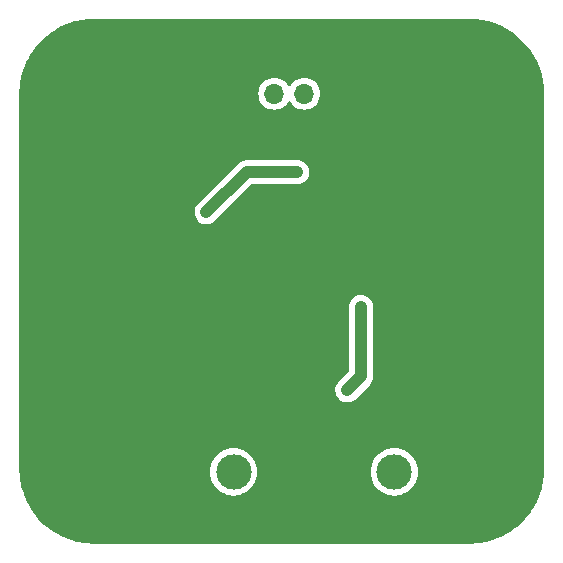
<source format=gbr>
%TF.GenerationSoftware,KiCad,Pcbnew,7.0.5*%
%TF.CreationDate,2023-11-06T15:38:15-08:00*%
%TF.ProjectId,HighSideSwitchModule,48696768-5369-4646-9553-77697463684d,rev?*%
%TF.SameCoordinates,Original*%
%TF.FileFunction,Copper,L2,Bot*%
%TF.FilePolarity,Positive*%
%FSLAX46Y46*%
G04 Gerber Fmt 4.6, Leading zero omitted, Abs format (unit mm)*
G04 Created by KiCad (PCBNEW 7.0.5) date 2023-11-06 15:38:15*
%MOMM*%
%LPD*%
G01*
G04 APERTURE LIST*
%TA.AperFunction,ComponentPad*%
%ADD10C,5.600000*%
%TD*%
%TA.AperFunction,ComponentPad*%
%ADD11R,3.000000X3.000000*%
%TD*%
%TA.AperFunction,ComponentPad*%
%ADD12C,3.000000*%
%TD*%
%TA.AperFunction,ComponentPad*%
%ADD13R,1.700000X1.700000*%
%TD*%
%TA.AperFunction,ComponentPad*%
%ADD14O,1.700000X1.700000*%
%TD*%
%TA.AperFunction,ViaPad*%
%ADD15C,0.700000*%
%TD*%
%TA.AperFunction,Conductor*%
%ADD16C,1.000000*%
%TD*%
G04 APERTURE END LIST*
D10*
%TO.P,J1,1,Pin_1*%
%TO.N,GND*%
X139700000Y-57150000D03*
%TD*%
%TO.P,J3,1,Pin_1*%
%TO.N,GND*%
X139700000Y-88900000D03*
%TD*%
%TO.P,J4,1,Pin_1*%
%TO.N,GND*%
X171450000Y-88900000D03*
%TD*%
D11*
%TO.P,J6,1,Pin_1*%
%TO.N,GND*%
X160020000Y-89174500D03*
D12*
%TO.P,J6,2,Pin_2*%
%TO.N,Net-(D8-A)*%
X165100000Y-89174500D03*
%TD*%
D10*
%TO.P,J2,1,Pin_1*%
%TO.N,GND*%
X171450000Y-57150000D03*
%TD*%
D11*
%TO.P,J7,1,Pin_1*%
%TO.N,GND*%
X146408000Y-89174500D03*
D12*
%TO.P,J7,2,Pin_2*%
%TO.N,Net-(J7-Pin_2)*%
X151488000Y-89174500D03*
%TD*%
D13*
%TO.P,J5,1,Pin_1*%
%TO.N,GND*%
X152400000Y-57150000D03*
D14*
%TO.P,J5,2,Pin_2*%
%TO.N,/HighSideGate/IN*%
X154940000Y-57150000D03*
%TO.P,J5,3,Pin_3*%
%TO.N,Net-(J5-Pin_3)*%
X157480000Y-57150000D03*
%TD*%
D15*
%TO.N,GND*%
X147400000Y-73100000D03*
X147100000Y-83800000D03*
X161600000Y-84100000D03*
X165600000Y-83800000D03*
X165900000Y-75400000D03*
X167500000Y-70200000D03*
X146300000Y-59500000D03*
X147300000Y-66600000D03*
X158400000Y-69400000D03*
X157500000Y-75100000D03*
X152800000Y-78800000D03*
X162500000Y-63800000D03*
X164800000Y-65300000D03*
X163400000Y-70200000D03*
X158400000Y-79900000D03*
X147500000Y-79300000D03*
X138000000Y-73700000D03*
X152600000Y-72000000D03*
X152200000Y-61800000D03*
X157600000Y-62300000D03*
X157800000Y-65300000D03*
%TO.N,+12V*%
X149187500Y-67200000D03*
X156900000Y-63800000D03*
%TO.N,Net-(D8-A)*%
X162300000Y-75200000D03*
X161100000Y-82275000D03*
%TD*%
D16*
%TO.N,GND*%
X150900000Y-73700000D02*
X152600000Y-72000000D01*
X148000000Y-73700000D02*
X150900000Y-73700000D01*
X147300000Y-73200000D02*
X147300000Y-73700000D01*
X147400000Y-73100000D02*
X147300000Y-73200000D01*
X147400000Y-73100000D02*
X148000000Y-73700000D01*
%TO.N,+12V*%
X152587500Y-63800000D02*
X149187500Y-67200000D01*
X156900000Y-63800000D02*
X152587500Y-63800000D01*
%TO.N,GND*%
X158500000Y-63200000D02*
X157600000Y-62300000D01*
X158500000Y-64600000D02*
X158500000Y-63200000D01*
X157800000Y-65300000D02*
X158500000Y-64600000D01*
X162700000Y-70200000D02*
X157800000Y-65300000D01*
X163400000Y-70200000D02*
X162700000Y-70200000D01*
X158400000Y-79900000D02*
X152600000Y-74100000D01*
X152600000Y-74100000D02*
X152600000Y-72000000D01*
X147500000Y-79300000D02*
X147500000Y-73900000D01*
X147500000Y-73900000D02*
X147300000Y-73700000D01*
X147300000Y-73700000D02*
X138000000Y-73700000D01*
X152200000Y-57350000D02*
X152400000Y-57150000D01*
X152200000Y-61800000D02*
X152200000Y-57350000D01*
X157100000Y-61800000D02*
X152200000Y-61800000D01*
X157600000Y-62300000D02*
X157100000Y-61800000D01*
%TO.N,Net-(D8-A)*%
X162300000Y-81075000D02*
X161100000Y-82275000D01*
X162300000Y-75200000D02*
X162300000Y-81075000D01*
%TD*%
%TA.AperFunction,Conductor*%
%TO.N,GND*%
G36*
X171451132Y-50800542D02*
G01*
X171717225Y-50810498D01*
X171927583Y-50818764D01*
X171932032Y-50819102D01*
X172185974Y-50847715D01*
X172411099Y-50874360D01*
X172415303Y-50875006D01*
X172663451Y-50921958D01*
X172888986Y-50966819D01*
X172892853Y-50967721D01*
X173135652Y-51032779D01*
X173358288Y-51095569D01*
X173361911Y-51096713D01*
X173598532Y-51179511D01*
X173816363Y-51259873D01*
X173819661Y-51261200D01*
X174048568Y-51361071D01*
X174049704Y-51361581D01*
X174260484Y-51458752D01*
X174263428Y-51460207D01*
X174484014Y-51576790D01*
X174485262Y-51577469D01*
X174688027Y-51691023D01*
X174690662Y-51692587D01*
X174896667Y-51822028D01*
X174901743Y-51825218D01*
X174903185Y-51826152D01*
X175096495Y-51955318D01*
X175098867Y-51956984D01*
X175299333Y-52104935D01*
X175300874Y-52106110D01*
X175483553Y-52250123D01*
X175485549Y-52251767D01*
X175674378Y-52414267D01*
X175676007Y-52415721D01*
X175846852Y-52573648D01*
X175848594Y-52575324D01*
X176024674Y-52751404D01*
X176026362Y-52753159D01*
X176184277Y-52923991D01*
X176185738Y-52925628D01*
X176348223Y-53114440D01*
X176349883Y-53116456D01*
X176493868Y-53299099D01*
X176495063Y-53300665D01*
X176643014Y-53501131D01*
X176644680Y-53503503D01*
X176773834Y-53696795D01*
X176774780Y-53698255D01*
X176907390Y-53909301D01*
X176908988Y-53911993D01*
X177022508Y-54114698D01*
X177023228Y-54116022D01*
X177139777Y-54336542D01*
X177141259Y-54339541D01*
X177238414Y-54550288D01*
X177238936Y-54551451D01*
X177338796Y-54780333D01*
X177340138Y-54783668D01*
X177420486Y-55001463D01*
X177503284Y-55238086D01*
X177504436Y-55241735D01*
X177567221Y-55464353D01*
X177632270Y-55707118D01*
X177633188Y-55711057D01*
X177678039Y-55936534D01*
X177724989Y-56184677D01*
X177725640Y-56188917D01*
X177752279Y-56413983D01*
X177780894Y-56667950D01*
X177781237Y-56672459D01*
X177789521Y-56883300D01*
X177799457Y-57148868D01*
X177799500Y-57151152D01*
X177799500Y-88898847D01*
X177799457Y-88901132D01*
X177790985Y-89127555D01*
X177789521Y-89166699D01*
X177781237Y-89377539D01*
X177780894Y-89382048D01*
X177752279Y-89636015D01*
X177725640Y-89861081D01*
X177724989Y-89865321D01*
X177678039Y-90113464D01*
X177633192Y-90338927D01*
X177632270Y-90342880D01*
X177567221Y-90585645D01*
X177504436Y-90808263D01*
X177503284Y-90811912D01*
X177420486Y-91048535D01*
X177340138Y-91266330D01*
X177338796Y-91269665D01*
X177238936Y-91498547D01*
X177238414Y-91499710D01*
X177141259Y-91710457D01*
X177139769Y-91713472D01*
X177023228Y-91933976D01*
X177022508Y-91935300D01*
X176908988Y-92138005D01*
X176907390Y-92140697D01*
X176774780Y-92351743D01*
X176773834Y-92353203D01*
X176644680Y-92546495D01*
X176643014Y-92548867D01*
X176495063Y-92749333D01*
X176493868Y-92750899D01*
X176349906Y-92933515D01*
X176348210Y-92935574D01*
X176185743Y-93124364D01*
X176184277Y-93126007D01*
X176026362Y-93296839D01*
X176024674Y-93298594D01*
X175848594Y-93474674D01*
X175846839Y-93476362D01*
X175676007Y-93634277D01*
X175674364Y-93635743D01*
X175485574Y-93798210D01*
X175483515Y-93799906D01*
X175300899Y-93943868D01*
X175299333Y-93945063D01*
X175098867Y-94093014D01*
X175096495Y-94094680D01*
X174903203Y-94223834D01*
X174901743Y-94224780D01*
X174690697Y-94357390D01*
X174688005Y-94358988D01*
X174485300Y-94472508D01*
X174483976Y-94473228D01*
X174263472Y-94589769D01*
X174260457Y-94591259D01*
X174049710Y-94688414D01*
X174048547Y-94688936D01*
X173819665Y-94788796D01*
X173816330Y-94790138D01*
X173598535Y-94870486D01*
X173361912Y-94953284D01*
X173358263Y-94954436D01*
X173135645Y-95017221D01*
X172892880Y-95082270D01*
X172888927Y-95083192D01*
X172663464Y-95128039D01*
X172415321Y-95174989D01*
X172411081Y-95175640D01*
X172186015Y-95202279D01*
X171932048Y-95230894D01*
X171927538Y-95231237D01*
X171716889Y-95239513D01*
X171553648Y-95245621D01*
X171451132Y-95249457D01*
X171448848Y-95249500D01*
X139701152Y-95249500D01*
X139698867Y-95249457D01*
X139591409Y-95245436D01*
X139433109Y-95239513D01*
X139222460Y-95231237D01*
X139217950Y-95230894D01*
X138963983Y-95202279D01*
X138738917Y-95175640D01*
X138734677Y-95174989D01*
X138486534Y-95128039D01*
X138261057Y-95083188D01*
X138257118Y-95082270D01*
X138014353Y-95017221D01*
X137791735Y-94954436D01*
X137788086Y-94953284D01*
X137551463Y-94870486D01*
X137333668Y-94790138D01*
X137330333Y-94788796D01*
X137101451Y-94688936D01*
X137100288Y-94688414D01*
X136889541Y-94591259D01*
X136886542Y-94589777D01*
X136751687Y-94518504D01*
X136666022Y-94473228D01*
X136664698Y-94472508D01*
X136461993Y-94358988D01*
X136459313Y-94357397D01*
X136337545Y-94280885D01*
X136248255Y-94224780D01*
X136246795Y-94223834D01*
X136053503Y-94094680D01*
X136051131Y-94093014D01*
X135850665Y-93945063D01*
X135849099Y-93943868D01*
X135666456Y-93799883D01*
X135664440Y-93798223D01*
X135475628Y-93635738D01*
X135473991Y-93634277D01*
X135303159Y-93476362D01*
X135301404Y-93474674D01*
X135125324Y-93298594D01*
X135123648Y-93296852D01*
X134965721Y-93126007D01*
X134964255Y-93124364D01*
X134801767Y-92935549D01*
X134800123Y-92933553D01*
X134656110Y-92750874D01*
X134654935Y-92749333D01*
X134506984Y-92548867D01*
X134505318Y-92546495D01*
X134376164Y-92353203D01*
X134375218Y-92351743D01*
X134372028Y-92346667D01*
X134242587Y-92140662D01*
X134241023Y-92138027D01*
X134127469Y-91935262D01*
X134126790Y-91934014D01*
X134010207Y-91713428D01*
X134008752Y-91710484D01*
X133911581Y-91499704D01*
X133911062Y-91498547D01*
X133811202Y-91269665D01*
X133809873Y-91266363D01*
X133729507Y-91048521D01*
X133712132Y-90998867D01*
X133646713Y-90811911D01*
X133645569Y-90808288D01*
X133582779Y-90585652D01*
X133517721Y-90342853D01*
X133516819Y-90338986D01*
X133471958Y-90113451D01*
X133425006Y-89865303D01*
X133424360Y-89861099D01*
X133397715Y-89635974D01*
X133369102Y-89382032D01*
X133368764Y-89377581D01*
X133360784Y-89174501D01*
X149482390Y-89174501D01*
X149502804Y-89459933D01*
X149563628Y-89739537D01*
X149563630Y-89739543D01*
X149563631Y-89739546D01*
X149608968Y-89861099D01*
X149663635Y-90007666D01*
X149800770Y-90258809D01*
X149800775Y-90258817D01*
X149972254Y-90487887D01*
X149972270Y-90487905D01*
X150174594Y-90690229D01*
X150174612Y-90690245D01*
X150403682Y-90861724D01*
X150403690Y-90861729D01*
X150654833Y-90998864D01*
X150654832Y-90998864D01*
X150654836Y-90998865D01*
X150654839Y-90998867D01*
X150922954Y-91098869D01*
X150922960Y-91098870D01*
X150922962Y-91098871D01*
X151202566Y-91159695D01*
X151202568Y-91159695D01*
X151202572Y-91159696D01*
X151456220Y-91177837D01*
X151487999Y-91180110D01*
X151488000Y-91180110D01*
X151488001Y-91180110D01*
X151516595Y-91178064D01*
X151773428Y-91159696D01*
X152053046Y-91098869D01*
X152321161Y-90998867D01*
X152572315Y-90861726D01*
X152801395Y-90690239D01*
X153003739Y-90487895D01*
X153175226Y-90258815D01*
X153312367Y-90007661D01*
X153412369Y-89739546D01*
X153473196Y-89459928D01*
X153493610Y-89174501D01*
X163094390Y-89174501D01*
X163114804Y-89459933D01*
X163175628Y-89739537D01*
X163175630Y-89739543D01*
X163175631Y-89739546D01*
X163220968Y-89861099D01*
X163275635Y-90007666D01*
X163412770Y-90258809D01*
X163412775Y-90258817D01*
X163584254Y-90487887D01*
X163584270Y-90487905D01*
X163786594Y-90690229D01*
X163786612Y-90690245D01*
X164015682Y-90861724D01*
X164015690Y-90861729D01*
X164266833Y-90998864D01*
X164266832Y-90998864D01*
X164266836Y-90998865D01*
X164266839Y-90998867D01*
X164534954Y-91098869D01*
X164534960Y-91098870D01*
X164534962Y-91098871D01*
X164814566Y-91159695D01*
X164814568Y-91159695D01*
X164814572Y-91159696D01*
X165068220Y-91177837D01*
X165099999Y-91180110D01*
X165100000Y-91180110D01*
X165100001Y-91180110D01*
X165128595Y-91178064D01*
X165385428Y-91159696D01*
X165665046Y-91098869D01*
X165933161Y-90998867D01*
X166184315Y-90861726D01*
X166413395Y-90690239D01*
X166615739Y-90487895D01*
X166787226Y-90258815D01*
X166924367Y-90007661D01*
X167024369Y-89739546D01*
X167085196Y-89459928D01*
X167105610Y-89174500D01*
X167085196Y-88889072D01*
X167024369Y-88609454D01*
X166924367Y-88341339D01*
X166787226Y-88090185D01*
X166787224Y-88090182D01*
X166615745Y-87861112D01*
X166615729Y-87861094D01*
X166413405Y-87658770D01*
X166413387Y-87658754D01*
X166184317Y-87487275D01*
X166184309Y-87487270D01*
X165933166Y-87350135D01*
X165933167Y-87350135D01*
X165825914Y-87310132D01*
X165665046Y-87250131D01*
X165665043Y-87250130D01*
X165665037Y-87250128D01*
X165385433Y-87189304D01*
X165100001Y-87168890D01*
X165099999Y-87168890D01*
X164814566Y-87189304D01*
X164534962Y-87250128D01*
X164266833Y-87350135D01*
X164015690Y-87487270D01*
X164015682Y-87487275D01*
X163786612Y-87658754D01*
X163786594Y-87658770D01*
X163584270Y-87861094D01*
X163584254Y-87861112D01*
X163412775Y-88090182D01*
X163412770Y-88090190D01*
X163275635Y-88341333D01*
X163175628Y-88609462D01*
X163114804Y-88889066D01*
X163094390Y-89174498D01*
X163094390Y-89174501D01*
X153493610Y-89174501D01*
X153493610Y-89174500D01*
X153473196Y-88889072D01*
X153412369Y-88609454D01*
X153312367Y-88341339D01*
X153175226Y-88090185D01*
X153175224Y-88090182D01*
X153003745Y-87861112D01*
X153003729Y-87861094D01*
X152801405Y-87658770D01*
X152801387Y-87658754D01*
X152572317Y-87487275D01*
X152572309Y-87487270D01*
X152321166Y-87350135D01*
X152321167Y-87350135D01*
X152213914Y-87310132D01*
X152053046Y-87250131D01*
X152053043Y-87250130D01*
X152053037Y-87250128D01*
X151773433Y-87189304D01*
X151488001Y-87168890D01*
X151487999Y-87168890D01*
X151202566Y-87189304D01*
X150922962Y-87250128D01*
X150654833Y-87350135D01*
X150403690Y-87487270D01*
X150403682Y-87487275D01*
X150174612Y-87658754D01*
X150174594Y-87658770D01*
X149972270Y-87861094D01*
X149972254Y-87861112D01*
X149800775Y-88090182D01*
X149800770Y-88090190D01*
X149663635Y-88341333D01*
X149563628Y-88609462D01*
X149502804Y-88889066D01*
X149482390Y-89174498D01*
X149482390Y-89174501D01*
X133360784Y-89174501D01*
X133360488Y-89166962D01*
X133350540Y-88901078D01*
X133350499Y-88898901D01*
X133350499Y-82300477D01*
X160094662Y-82300477D01*
X160120368Y-82502321D01*
X160120370Y-82502329D01*
X160186183Y-82694870D01*
X160186189Y-82694882D01*
X160289406Y-82870221D01*
X160289411Y-82870228D01*
X160425820Y-83021212D01*
X160589828Y-83141646D01*
X160589832Y-83141648D01*
X160589833Y-83141649D01*
X160774732Y-83226605D01*
X160840456Y-83241857D01*
X160972945Y-83272603D01*
X161176358Y-83277757D01*
X161176358Y-83277756D01*
X161176363Y-83277757D01*
X161355853Y-83245586D01*
X161376648Y-83241859D01*
X161376648Y-83241858D01*
X161376653Y-83241858D01*
X161565617Y-83166377D01*
X161735519Y-83054402D01*
X162998001Y-81791918D01*
X162999014Y-81790931D01*
X163063053Y-81730059D01*
X163098097Y-81679709D01*
X163100924Y-81675957D01*
X163139698Y-81628407D01*
X163155607Y-81597948D01*
X163159667Y-81591248D01*
X163179295Y-81563049D01*
X163203492Y-81506660D01*
X163205498Y-81502435D01*
X163233909Y-81448049D01*
X163243357Y-81415022D01*
X163245988Y-81407633D01*
X163259540Y-81376058D01*
X163271895Y-81315930D01*
X163272999Y-81311429D01*
X163289886Y-81252418D01*
X163292494Y-81218157D01*
X163293585Y-81210389D01*
X163300500Y-81176743D01*
X163300500Y-81115398D01*
X163300679Y-81110688D01*
X163305337Y-81049524D01*
X163300997Y-81015442D01*
X163300500Y-81007603D01*
X163300500Y-75149256D01*
X163285074Y-74997560D01*
X163224162Y-74803420D01*
X163224160Y-74803416D01*
X163224159Y-74803412D01*
X163125409Y-74625498D01*
X163125408Y-74625497D01*
X163125407Y-74625495D01*
X162992867Y-74471106D01*
X162992865Y-74471104D01*
X162831962Y-74346554D01*
X162831959Y-74346553D01*
X162831958Y-74346552D01*
X162649271Y-74256940D01*
X162452285Y-74205937D01*
X162452287Y-74205937D01*
X162316804Y-74199066D01*
X162249064Y-74195631D01*
X162249063Y-74195631D01*
X162249061Y-74195631D01*
X162047936Y-74226442D01*
X162047924Y-74226445D01*
X161857118Y-74297111D01*
X161857111Y-74297115D01*
X161684432Y-74404745D01*
X161684427Y-74404749D01*
X161536949Y-74544938D01*
X161536948Y-74544940D01*
X161420705Y-74711949D01*
X161340459Y-74898943D01*
X161299500Y-75098258D01*
X161299500Y-80609217D01*
X161279815Y-80676256D01*
X161263181Y-80696898D01*
X160356662Y-81603417D01*
X160336285Y-81628408D01*
X160260302Y-81721593D01*
X160255880Y-81730059D01*
X160166090Y-81901953D01*
X160110112Y-82097584D01*
X160094662Y-82300474D01*
X160094662Y-82300477D01*
X133350499Y-82300477D01*
X133350499Y-67225477D01*
X148182162Y-67225477D01*
X148207868Y-67427321D01*
X148207870Y-67427329D01*
X148273683Y-67619870D01*
X148273689Y-67619882D01*
X148376906Y-67795221D01*
X148376911Y-67795228D01*
X148513320Y-67946212D01*
X148677328Y-68066646D01*
X148677332Y-68066648D01*
X148677333Y-68066649D01*
X148862232Y-68151605D01*
X148927956Y-68166857D01*
X149060445Y-68197603D01*
X149263858Y-68202757D01*
X149263858Y-68202756D01*
X149263863Y-68202757D01*
X149443353Y-68170586D01*
X149464148Y-68166859D01*
X149464148Y-68166858D01*
X149464153Y-68166858D01*
X149653117Y-68091377D01*
X149823019Y-67979402D01*
X152965601Y-64836818D01*
X153026924Y-64803334D01*
X153053282Y-64800500D01*
X156950743Y-64800500D01*
X157102439Y-64785074D01*
X157296579Y-64724162D01*
X157296580Y-64724161D01*
X157296588Y-64724159D01*
X157474502Y-64625409D01*
X157628895Y-64492866D01*
X157753448Y-64331958D01*
X157843060Y-64149271D01*
X157894063Y-63952285D01*
X157904369Y-63749064D01*
X157873556Y-63547929D01*
X157802886Y-63357113D01*
X157695252Y-63184429D01*
X157555059Y-63036947D01*
X157422699Y-62944822D01*
X157388050Y-62920705D01*
X157201056Y-62840459D01*
X157001741Y-62799500D01*
X152600976Y-62799500D01*
X152599414Y-62799480D01*
X152590056Y-62799242D01*
X152511138Y-62797242D01*
X152511135Y-62797242D01*
X152459323Y-62806529D01*
X152450754Y-62808064D01*
X152446095Y-62808718D01*
X152385064Y-62814925D01*
X152385062Y-62814926D01*
X152352280Y-62825210D01*
X152344656Y-62827081D01*
X152336808Y-62828488D01*
X152310849Y-62833141D01*
X152253881Y-62855895D01*
X152249445Y-62857474D01*
X152190914Y-62875840D01*
X152190910Y-62875842D01*
X152160878Y-62892510D01*
X152153784Y-62895879D01*
X152121882Y-62908623D01*
X152121877Y-62908625D01*
X152070656Y-62942381D01*
X152066628Y-62944822D01*
X152013001Y-62974588D01*
X151986934Y-62996965D01*
X151980665Y-63001692D01*
X151951984Y-63020595D01*
X151951978Y-63020600D01*
X151908609Y-63063968D01*
X151905155Y-63067169D01*
X151858602Y-63107136D01*
X151837576Y-63134298D01*
X151832385Y-63140192D01*
X148444162Y-66528417D01*
X148347804Y-66646590D01*
X148253590Y-66826953D01*
X148197612Y-67022584D01*
X148182162Y-67225474D01*
X148182162Y-67225477D01*
X133350499Y-67225477D01*
X133350499Y-57151149D01*
X133350520Y-57150000D01*
X153584341Y-57150000D01*
X153604936Y-57385403D01*
X153604938Y-57385413D01*
X153666094Y-57613655D01*
X153666096Y-57613659D01*
X153666097Y-57613663D01*
X153670000Y-57622032D01*
X153765965Y-57827830D01*
X153765967Y-57827834D01*
X153874281Y-57982521D01*
X153901505Y-58021401D01*
X154068599Y-58188495D01*
X154165384Y-58256265D01*
X154262165Y-58324032D01*
X154262167Y-58324033D01*
X154262170Y-58324035D01*
X154476337Y-58423903D01*
X154704592Y-58485063D01*
X154892918Y-58501539D01*
X154939999Y-58505659D01*
X154940000Y-58505659D01*
X154940001Y-58505659D01*
X154979234Y-58502226D01*
X155175408Y-58485063D01*
X155403663Y-58423903D01*
X155617830Y-58324035D01*
X155811401Y-58188495D01*
X155978495Y-58021401D01*
X156108424Y-57835842D01*
X156163002Y-57792217D01*
X156232500Y-57785023D01*
X156294855Y-57816546D01*
X156311575Y-57835842D01*
X156441500Y-58021395D01*
X156441505Y-58021401D01*
X156608599Y-58188495D01*
X156705384Y-58256265D01*
X156802165Y-58324032D01*
X156802167Y-58324033D01*
X156802170Y-58324035D01*
X157016337Y-58423903D01*
X157244592Y-58485063D01*
X157432918Y-58501539D01*
X157479999Y-58505659D01*
X157480000Y-58505659D01*
X157480001Y-58505659D01*
X157519234Y-58502226D01*
X157715408Y-58485063D01*
X157943663Y-58423903D01*
X158157830Y-58324035D01*
X158351401Y-58188495D01*
X158518495Y-58021401D01*
X158654035Y-57827830D01*
X158753903Y-57613663D01*
X158815063Y-57385408D01*
X158835659Y-57150000D01*
X158815063Y-56914592D01*
X158753903Y-56686337D01*
X158654035Y-56472171D01*
X158648425Y-56464158D01*
X158518494Y-56278597D01*
X158351402Y-56111506D01*
X158351395Y-56111501D01*
X158157834Y-55975967D01*
X158157830Y-55975965D01*
X158073270Y-55936534D01*
X157943663Y-55876097D01*
X157943659Y-55876096D01*
X157943655Y-55876094D01*
X157715413Y-55814938D01*
X157715403Y-55814936D01*
X157480001Y-55794341D01*
X157479999Y-55794341D01*
X157244596Y-55814936D01*
X157244586Y-55814938D01*
X157016344Y-55876094D01*
X157016335Y-55876098D01*
X156802171Y-55975964D01*
X156802169Y-55975965D01*
X156608597Y-56111505D01*
X156441505Y-56278597D01*
X156311575Y-56464158D01*
X156256998Y-56507783D01*
X156187500Y-56514977D01*
X156125145Y-56483454D01*
X156108425Y-56464158D01*
X155978494Y-56278597D01*
X155811402Y-56111506D01*
X155811395Y-56111501D01*
X155617834Y-55975967D01*
X155617830Y-55975965D01*
X155533270Y-55936534D01*
X155403663Y-55876097D01*
X155403659Y-55876096D01*
X155403655Y-55876094D01*
X155175413Y-55814938D01*
X155175403Y-55814936D01*
X154940001Y-55794341D01*
X154939999Y-55794341D01*
X154704596Y-55814936D01*
X154704586Y-55814938D01*
X154476344Y-55876094D01*
X154476335Y-55876098D01*
X154262171Y-55975964D01*
X154262169Y-55975965D01*
X154068597Y-56111505D01*
X153901505Y-56278597D01*
X153765965Y-56472169D01*
X153765964Y-56472171D01*
X153666098Y-56686335D01*
X153666094Y-56686344D01*
X153604938Y-56914586D01*
X153604936Y-56914596D01*
X153584341Y-57149999D01*
X153584341Y-57150000D01*
X133350520Y-57150000D01*
X133350541Y-57148868D01*
X133360488Y-56883039D01*
X133368764Y-56672414D01*
X133369102Y-56667972D01*
X133397725Y-56413937D01*
X133424361Y-56188891D01*
X133425004Y-56184705D01*
X133471966Y-55936503D01*
X133516822Y-55710999D01*
X133517718Y-55707159D01*
X133582778Y-55464353D01*
X133645575Y-55241692D01*
X133646707Y-55238106D01*
X133729524Y-55001429D01*
X133809882Y-54783612D01*
X133811190Y-54780361D01*
X133911104Y-54551355D01*
X133911547Y-54550369D01*
X134008766Y-54339485D01*
X134010191Y-54336601D01*
X134126829Y-54115913D01*
X134127432Y-54114804D01*
X134241042Y-53911937D01*
X134242565Y-53909372D01*
X134375260Y-53698189D01*
X134376109Y-53696878D01*
X134505345Y-53503463D01*
X134506950Y-53501179D01*
X134654984Y-53300600D01*
X134656063Y-53299186D01*
X134800160Y-53116399D01*
X134801728Y-53114496D01*
X134964317Y-52925564D01*
X134965670Y-52924047D01*
X135123696Y-52753096D01*
X135125273Y-52751456D01*
X135301456Y-52575273D01*
X135303096Y-52573696D01*
X135474047Y-52415670D01*
X135475564Y-52414317D01*
X135664496Y-52251728D01*
X135666399Y-52250160D01*
X135849186Y-52106063D01*
X135850600Y-52104984D01*
X136051179Y-51956950D01*
X136053463Y-51955345D01*
X136246878Y-51826109D01*
X136248189Y-51825260D01*
X136459372Y-51692565D01*
X136461937Y-51691042D01*
X136664804Y-51577432D01*
X136665913Y-51576829D01*
X136886601Y-51460191D01*
X136889485Y-51458766D01*
X137100369Y-51361547D01*
X137101355Y-51361104D01*
X137330361Y-51261190D01*
X137333612Y-51259882D01*
X137551429Y-51179524D01*
X137788106Y-51096707D01*
X137791692Y-51095575D01*
X138014378Y-51032771D01*
X138257159Y-50967718D01*
X138260999Y-50966822D01*
X138486503Y-50921966D01*
X138734705Y-50875004D01*
X138738891Y-50874361D01*
X138963937Y-50847725D01*
X139217972Y-50819102D01*
X139222412Y-50818764D01*
X139433056Y-50810488D01*
X139698867Y-50800542D01*
X139701152Y-50800500D01*
X171448848Y-50800500D01*
X171451132Y-50800542D01*
G37*
%TD.AperFunction*%
%TD*%
M02*

</source>
